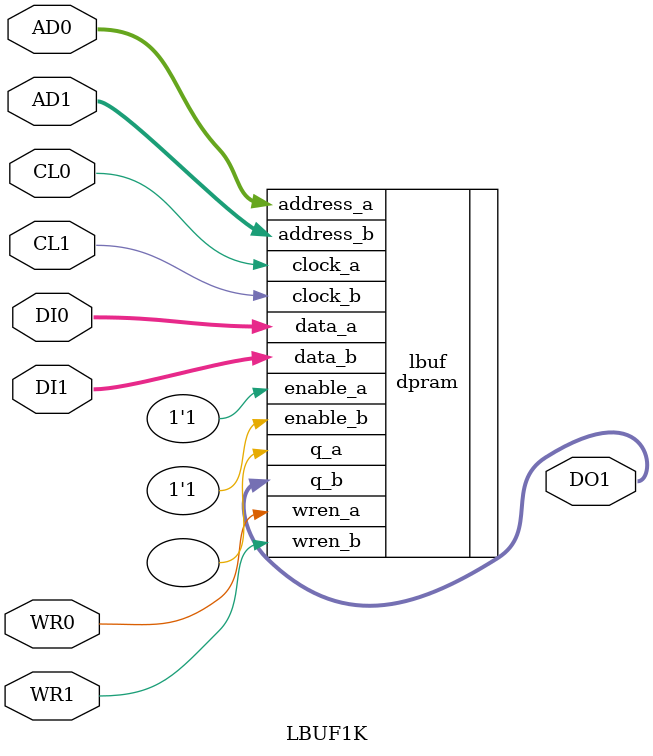
<source format=v>

`timescale 1 ps / 1 ps


module DPR2KV2
(
	input			CL0,
	input  [10:0]	AD0,
	input			EN0,
	input			WR0,
	input  [7:0]	DI0,
	output [7:0]	DO0,
	
	input			CL1,
	input  [10:0]	AD1,
	output [7:0]	DO1
);

dpram #(11,8) dpr2k2(
	.clock_a(CL0),
	.address_a(AD0),
	.enable_a(EN0),
	.wren_a(WR0),
	.data_a(DI0),
	.q_a(DO0),

	.clock_b(CL1),
	.address_b(AD1),
	.enable_b(1'b1),
	.wren_b(1'b0),
	.data_b( 8'h0),
	.q_b(DO1)
);

endmodule
//----------------------------------------------------------------

// not used below here

module DPR2KV
(
	input				CL0,
	input	[10:0]		AD0,
	input				EN0,
	input				WR0,
	input  [7:0]		DI0,
	output [7:0]		DO0,
	
	input				CL1,
	input	[10:0]		AD1,
	output [7:0]		DO1
);

DPR2K ram(
	CL0, AD0,  EN0,  WR0,  DI0, DO0,
	CL1, AD1, 1'b1, 1'b0, 8'h0, DO1
);

endmodule


module DPR2K
(
	input					CL0,
	input	[10:0]		AD0,
	input					EN0,
	input					WR0,
	input  [7:0]		DI0,
	output reg [7:0]	DO0,
	
	input					CL1,
	input	[10:0]		AD1,
	input					EN1,
	input					WR1,
	input  [7:0]		DI1,
	output reg [7:0]	DO1
);

reg [7:0] core[0:2047];

always @( posedge CL0 ) begin
	if (EN0) begin
		DO0 <= core[AD0];
		if (WR0) core[AD0] <= DI0;
	end
end

always @( posedge CL1 ) begin
	if (EN1) begin
		DO1 <= core[AD1];
		if (WR1) core[AD1] <= DI1;
	end
end

endmodule


module LBUF1K
(
	input				CL0,
	input	 [9:0]	AD0,
	input				WR0,
	input  [7:0]	DI0,
	
	input				CL1,
	input	 [9:0]	AD1,
	input				WR1,
	input  [7:0]	DI1,
	output [7:0]	DO1
);

dpram #(10,8) lbuf(
	.clock_a(CL0),
	.address_a(AD0),
	.enable_a(1'b1),
	.data_a(DI0),
	.wren_a(WR0),
	.q_a(),

	.clock_b(CL1),
	.address_b(AD1),
	.enable_b(1'b1),
	.data_b(DI1),
	.wren_b(WR1),
	.q_b(DO1)
);

endmodule
</source>
